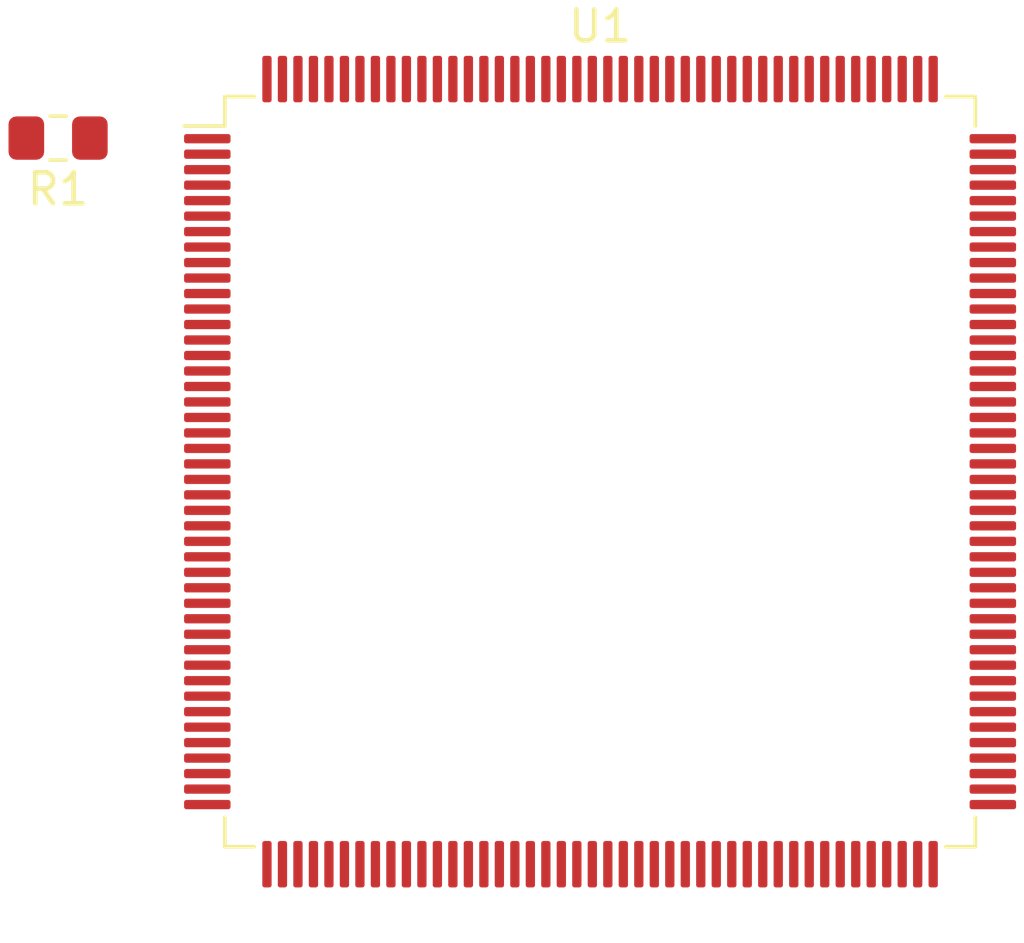
<source format=kicad_pcb>
(kicad_pcb (version 20171130) (host pcbnew "(5.1.2)-2")

  (general
    (thickness 1.6)
    (drawings 0)
    (tracks 0)
    (zones 0)
    (modules 2)
    (nets 178)
  )

  (page A4)
  (layers
    (0 F.Cu signal)
    (31 B.Cu signal)
    (32 B.Adhes user)
    (33 F.Adhes user)
    (34 B.Paste user)
    (35 F.Paste user)
    (36 B.SilkS user)
    (37 F.SilkS user)
    (38 B.Mask user)
    (39 F.Mask user)
    (40 Dwgs.User user)
    (41 Cmts.User user)
    (42 Eco1.User user)
    (43 Eco2.User user)
    (44 Edge.Cuts user)
    (45 Margin user)
    (46 B.CrtYd user)
    (47 F.CrtYd user)
    (48 B.Fab user)
    (49 F.Fab user)
  )

  (setup
    (last_trace_width 0.25)
    (trace_clearance 0.2)
    (zone_clearance 0.508)
    (zone_45_only no)
    (trace_min 0.2)
    (via_size 0.8)
    (via_drill 0.4)
    (via_min_size 0.4)
    (via_min_drill 0.3)
    (uvia_size 0.3)
    (uvia_drill 0.1)
    (uvias_allowed no)
    (uvia_min_size 0.2)
    (uvia_min_drill 0.1)
    (edge_width 0.05)
    (segment_width 0.2)
    (pcb_text_width 0.3)
    (pcb_text_size 1.5 1.5)
    (mod_edge_width 0.12)
    (mod_text_size 1 1)
    (mod_text_width 0.15)
    (pad_size 1.524 1.524)
    (pad_drill 0.762)
    (pad_to_mask_clearance 0.051)
    (solder_mask_min_width 0.25)
    (aux_axis_origin 0 0)
    (visible_elements FFFFFF7F)
    (pcbplotparams
      (layerselection 0x010fc_ffffffff)
      (usegerberextensions false)
      (usegerberattributes false)
      (usegerberadvancedattributes false)
      (creategerberjobfile false)
      (excludeedgelayer true)
      (linewidth 0.100000)
      (plotframeref false)
      (viasonmask false)
      (mode 1)
      (useauxorigin false)
      (hpglpennumber 1)
      (hpglpenspeed 20)
      (hpglpendiameter 15.000000)
      (psnegative false)
      (psa4output false)
      (plotreference true)
      (plotvalue true)
      (plotinvisibletext false)
      (padsonsilk false)
      (subtractmaskfromsilk false)
      (outputformat 1)
      (mirror false)
      (drillshape 1)
      (scaleselection 1)
      (outputdirectory ""))
  )

  (net 0 "")
  (net 1 /SPI4_SCK_SENSOR2)
  (net 2 GND)
  (net 3 "Net-(U1-Pad2)")
  (net 4 "Net-(U1-Pad3)")
  (net 5 "Net-(U1-Pad4)")
  (net 6 "Net-(U1-Pad5)")
  (net 7 "Net-(U1-Pad6)")
  (net 8 "Net-(U1-Pad7)")
  (net 9 "Net-(U1-Pad8)")
  (net 10 "Net-(U1-Pad9)")
  (net 11 "Net-(U1-Pad10)")
  (net 12 "Net-(U1-Pad11)")
  (net 13 "Net-(U1-Pad12)")
  (net 14 "Net-(U1-Pad13)")
  (net 15 "Net-(U1-Pad14)")
  (net 16 "Net-(U1-Pad15)")
  (net 17 "Net-(U1-Pad16)")
  (net 18 "Net-(U1-Pad17)")
  (net 19 "Net-(U1-Pad18)")
  (net 20 "Net-(U1-Pad19)")
  (net 21 "Net-(U1-Pad20)")
  (net 22 "Net-(U1-Pad21)")
  (net 23 "Net-(U1-Pad22)")
  (net 24 "Net-(U1-Pad23)")
  (net 25 "Net-(U1-Pad24)")
  (net 26 "Net-(U1-Pad25)")
  (net 27 "Net-(U1-Pad26)")
  (net 28 "Net-(U1-Pad27)")
  (net 29 "Net-(U1-Pad28)")
  (net 30 "Net-(U1-Pad29)")
  (net 31 "Net-(U1-Pad30)")
  (net 32 "Net-(U1-Pad31)")
  (net 33 "Net-(U1-Pad32)")
  (net 34 "Net-(U1-Pad33)")
  (net 35 "Net-(U1-Pad34)")
  (net 36 "Net-(U1-Pad35)")
  (net 37 "Net-(U1-Pad36)")
  (net 38 "Net-(U1-Pad37)")
  (net 39 "Net-(U1-Pad38)")
  (net 40 "Net-(U1-Pad39)")
  (net 41 "Net-(U1-Pad40)")
  (net 42 "Net-(U1-Pad41)")
  (net 43 "Net-(U1-Pad42)")
  (net 44 "Net-(U1-Pad43)")
  (net 45 "Net-(U1-Pad44)")
  (net 46 "Net-(U1-Pad45)")
  (net 47 "Net-(U1-Pad46)")
  (net 48 "Net-(U1-Pad47)")
  (net 49 "Net-(U1-Pad48)")
  (net 50 "Net-(U1-Pad49)")
  (net 51 "Net-(U1-Pad50)")
  (net 52 "Net-(U1-Pad51)")
  (net 53 "Net-(U1-Pad52)")
  (net 54 "Net-(U1-Pad53)")
  (net 55 "Net-(U1-Pad54)")
  (net 56 "Net-(U1-Pad55)")
  (net 57 "Net-(U1-Pad56)")
  (net 58 "Net-(U1-Pad57)")
  (net 59 "Net-(U1-Pad58)")
  (net 60 "Net-(U1-Pad59)")
  (net 61 "Net-(U1-Pad60)")
  (net 62 "Net-(U1-Pad61)")
  (net 63 "Net-(U1-Pad62)")
  (net 64 "Net-(U1-Pad63)")
  (net 65 "Net-(U1-Pad64)")
  (net 66 "Net-(U1-Pad65)")
  (net 67 "Net-(U1-Pad66)")
  (net 68 "Net-(U1-Pad67)")
  (net 69 "Net-(U1-Pad68)")
  (net 70 "Net-(U1-Pad69)")
  (net 71 "Net-(U1-Pad70)")
  (net 72 "Net-(U1-Pad71)")
  (net 73 "Net-(U1-Pad72)")
  (net 74 "Net-(U1-Pad73)")
  (net 75 "Net-(U1-Pad74)")
  (net 76 "Net-(U1-Pad75)")
  (net 77 "Net-(U1-Pad76)")
  (net 78 "Net-(U1-Pad77)")
  (net 79 "Net-(U1-Pad78)")
  (net 80 "Net-(U1-Pad79)")
  (net 81 "Net-(U1-Pad80)")
  (net 82 "Net-(U1-Pad81)")
  (net 83 "Net-(U1-Pad82)")
  (net 84 "Net-(U1-Pad83)")
  (net 85 "Net-(U1-Pad84)")
  (net 86 "Net-(U1-Pad85)")
  (net 87 "Net-(U1-Pad86)")
  (net 88 "Net-(U1-Pad87)")
  (net 89 "Net-(U1-Pad88)")
  (net 90 "Net-(U1-Pad89)")
  (net 91 "Net-(U1-Pad90)")
  (net 92 "Net-(U1-Pad91)")
  (net 93 "Net-(U1-Pad92)")
  (net 94 "Net-(U1-Pad93)")
  (net 95 "Net-(U1-Pad94)")
  (net 96 "Net-(U1-Pad95)")
  (net 97 "Net-(U1-Pad96)")
  (net 98 "Net-(U1-Pad97)")
  (net 99 "Net-(U1-Pad98)")
  (net 100 "Net-(U1-Pad99)")
  (net 101 "Net-(U1-Pad100)")
  (net 102 "Net-(U1-Pad101)")
  (net 103 "Net-(U1-Pad102)")
  (net 104 "Net-(U1-Pad103)")
  (net 105 "Net-(U1-Pad104)")
  (net 106 "Net-(U1-Pad105)")
  (net 107 "Net-(U1-Pad106)")
  (net 108 "Net-(U1-Pad107)")
  (net 109 "Net-(U1-Pad108)")
  (net 110 "Net-(U1-Pad109)")
  (net 111 "Net-(U1-Pad110)")
  (net 112 "Net-(U1-Pad111)")
  (net 113 "Net-(U1-Pad112)")
  (net 114 "Net-(U1-Pad113)")
  (net 115 "Net-(U1-Pad114)")
  (net 116 "Net-(U1-Pad115)")
  (net 117 "Net-(U1-Pad116)")
  (net 118 "Net-(U1-Pad117)")
  (net 119 "Net-(U1-Pad118)")
  (net 120 "Net-(U1-Pad119)")
  (net 121 "Net-(U1-Pad120)")
  (net 122 "Net-(U1-Pad121)")
  (net 123 "Net-(U1-Pad122)")
  (net 124 "Net-(U1-Pad123)")
  (net 125 "Net-(U1-Pad124)")
  (net 126 "Net-(U1-Pad125)")
  (net 127 "Net-(U1-Pad126)")
  (net 128 "Net-(U1-Pad127)")
  (net 129 "Net-(U1-Pad128)")
  (net 130 "Net-(U1-Pad129)")
  (net 131 "Net-(U1-Pad130)")
  (net 132 "Net-(U1-Pad131)")
  (net 133 "Net-(U1-Pad132)")
  (net 134 "Net-(U1-Pad133)")
  (net 135 "Net-(U1-Pad134)")
  (net 136 "Net-(U1-Pad135)")
  (net 137 "Net-(U1-Pad136)")
  (net 138 "Net-(U1-Pad137)")
  (net 139 "Net-(U1-Pad138)")
  (net 140 "Net-(U1-Pad139)")
  (net 141 "Net-(U1-Pad140)")
  (net 142 "Net-(U1-Pad141)")
  (net 143 "Net-(U1-Pad142)")
  (net 144 "Net-(U1-Pad143)")
  (net 145 "Net-(U1-Pad144)")
  (net 146 "Net-(U1-Pad145)")
  (net 147 "Net-(U1-Pad146)")
  (net 148 "Net-(U1-Pad147)")
  (net 149 "Net-(U1-Pad148)")
  (net 150 "Net-(U1-Pad149)")
  (net 151 "Net-(U1-Pad150)")
  (net 152 "Net-(U1-Pad151)")
  (net 153 "Net-(U1-Pad152)")
  (net 154 "Net-(U1-Pad153)")
  (net 155 "Net-(U1-Pad154)")
  (net 156 "Net-(U1-Pad155)")
  (net 157 "Net-(U1-Pad156)")
  (net 158 "Net-(U1-Pad157)")
  (net 159 "Net-(U1-Pad158)")
  (net 160 "Net-(U1-Pad159)")
  (net 161 "Net-(U1-Pad160)")
  (net 162 "Net-(U1-Pad161)")
  (net 163 "Net-(U1-Pad162)")
  (net 164 "Net-(U1-Pad163)")
  (net 165 "Net-(U1-Pad164)")
  (net 166 "Net-(U1-Pad165)")
  (net 167 "Net-(U1-Pad166)")
  (net 168 "Net-(U1-Pad167)")
  (net 169 "Net-(U1-Pad168)")
  (net 170 "Net-(U1-Pad169)")
  (net 171 "Net-(U1-Pad170)")
  (net 172 "Net-(U1-Pad171)")
  (net 173 "Net-(U1-Pad172)")
  (net 174 "Net-(U1-Pad173)")
  (net 175 "Net-(U1-Pad174)")
  (net 176 "Net-(U1-Pad175)")
  (net 177 "Net-(U1-Pad176)")

  (net_class Default "This is the default net class."
    (clearance 0.2)
    (trace_width 0.25)
    (via_dia 0.8)
    (via_drill 0.4)
    (uvia_dia 0.3)
    (uvia_drill 0.1)
    (add_net /SPI4_SCK_SENSOR2)
    (add_net GND)
    (add_net "Net-(U1-Pad10)")
    (add_net "Net-(U1-Pad100)")
    (add_net "Net-(U1-Pad101)")
    (add_net "Net-(U1-Pad102)")
    (add_net "Net-(U1-Pad103)")
    (add_net "Net-(U1-Pad104)")
    (add_net "Net-(U1-Pad105)")
    (add_net "Net-(U1-Pad106)")
    (add_net "Net-(U1-Pad107)")
    (add_net "Net-(U1-Pad108)")
    (add_net "Net-(U1-Pad109)")
    (add_net "Net-(U1-Pad11)")
    (add_net "Net-(U1-Pad110)")
    (add_net "Net-(U1-Pad111)")
    (add_net "Net-(U1-Pad112)")
    (add_net "Net-(U1-Pad113)")
    (add_net "Net-(U1-Pad114)")
    (add_net "Net-(U1-Pad115)")
    (add_net "Net-(U1-Pad116)")
    (add_net "Net-(U1-Pad117)")
    (add_net "Net-(U1-Pad118)")
    (add_net "Net-(U1-Pad119)")
    (add_net "Net-(U1-Pad12)")
    (add_net "Net-(U1-Pad120)")
    (add_net "Net-(U1-Pad121)")
    (add_net "Net-(U1-Pad122)")
    (add_net "Net-(U1-Pad123)")
    (add_net "Net-(U1-Pad124)")
    (add_net "Net-(U1-Pad125)")
    (add_net "Net-(U1-Pad126)")
    (add_net "Net-(U1-Pad127)")
    (add_net "Net-(U1-Pad128)")
    (add_net "Net-(U1-Pad129)")
    (add_net "Net-(U1-Pad13)")
    (add_net "Net-(U1-Pad130)")
    (add_net "Net-(U1-Pad131)")
    (add_net "Net-(U1-Pad132)")
    (add_net "Net-(U1-Pad133)")
    (add_net "Net-(U1-Pad134)")
    (add_net "Net-(U1-Pad135)")
    (add_net "Net-(U1-Pad136)")
    (add_net "Net-(U1-Pad137)")
    (add_net "Net-(U1-Pad138)")
    (add_net "Net-(U1-Pad139)")
    (add_net "Net-(U1-Pad14)")
    (add_net "Net-(U1-Pad140)")
    (add_net "Net-(U1-Pad141)")
    (add_net "Net-(U1-Pad142)")
    (add_net "Net-(U1-Pad143)")
    (add_net "Net-(U1-Pad144)")
    (add_net "Net-(U1-Pad145)")
    (add_net "Net-(U1-Pad146)")
    (add_net "Net-(U1-Pad147)")
    (add_net "Net-(U1-Pad148)")
    (add_net "Net-(U1-Pad149)")
    (add_net "Net-(U1-Pad15)")
    (add_net "Net-(U1-Pad150)")
    (add_net "Net-(U1-Pad151)")
    (add_net "Net-(U1-Pad152)")
    (add_net "Net-(U1-Pad153)")
    (add_net "Net-(U1-Pad154)")
    (add_net "Net-(U1-Pad155)")
    (add_net "Net-(U1-Pad156)")
    (add_net "Net-(U1-Pad157)")
    (add_net "Net-(U1-Pad158)")
    (add_net "Net-(U1-Pad159)")
    (add_net "Net-(U1-Pad16)")
    (add_net "Net-(U1-Pad160)")
    (add_net "Net-(U1-Pad161)")
    (add_net "Net-(U1-Pad162)")
    (add_net "Net-(U1-Pad163)")
    (add_net "Net-(U1-Pad164)")
    (add_net "Net-(U1-Pad165)")
    (add_net "Net-(U1-Pad166)")
    (add_net "Net-(U1-Pad167)")
    (add_net "Net-(U1-Pad168)")
    (add_net "Net-(U1-Pad169)")
    (add_net "Net-(U1-Pad17)")
    (add_net "Net-(U1-Pad170)")
    (add_net "Net-(U1-Pad171)")
    (add_net "Net-(U1-Pad172)")
    (add_net "Net-(U1-Pad173)")
    (add_net "Net-(U1-Pad174)")
    (add_net "Net-(U1-Pad175)")
    (add_net "Net-(U1-Pad176)")
    (add_net "Net-(U1-Pad18)")
    (add_net "Net-(U1-Pad19)")
    (add_net "Net-(U1-Pad2)")
    (add_net "Net-(U1-Pad20)")
    (add_net "Net-(U1-Pad21)")
    (add_net "Net-(U1-Pad22)")
    (add_net "Net-(U1-Pad23)")
    (add_net "Net-(U1-Pad24)")
    (add_net "Net-(U1-Pad25)")
    (add_net "Net-(U1-Pad26)")
    (add_net "Net-(U1-Pad27)")
    (add_net "Net-(U1-Pad28)")
    (add_net "Net-(U1-Pad29)")
    (add_net "Net-(U1-Pad3)")
    (add_net "Net-(U1-Pad30)")
    (add_net "Net-(U1-Pad31)")
    (add_net "Net-(U1-Pad32)")
    (add_net "Net-(U1-Pad33)")
    (add_net "Net-(U1-Pad34)")
    (add_net "Net-(U1-Pad35)")
    (add_net "Net-(U1-Pad36)")
    (add_net "Net-(U1-Pad37)")
    (add_net "Net-(U1-Pad38)")
    (add_net "Net-(U1-Pad39)")
    (add_net "Net-(U1-Pad4)")
    (add_net "Net-(U1-Pad40)")
    (add_net "Net-(U1-Pad41)")
    (add_net "Net-(U1-Pad42)")
    (add_net "Net-(U1-Pad43)")
    (add_net "Net-(U1-Pad44)")
    (add_net "Net-(U1-Pad45)")
    (add_net "Net-(U1-Pad46)")
    (add_net "Net-(U1-Pad47)")
    (add_net "Net-(U1-Pad48)")
    (add_net "Net-(U1-Pad49)")
    (add_net "Net-(U1-Pad5)")
    (add_net "Net-(U1-Pad50)")
    (add_net "Net-(U1-Pad51)")
    (add_net "Net-(U1-Pad52)")
    (add_net "Net-(U1-Pad53)")
    (add_net "Net-(U1-Pad54)")
    (add_net "Net-(U1-Pad55)")
    (add_net "Net-(U1-Pad56)")
    (add_net "Net-(U1-Pad57)")
    (add_net "Net-(U1-Pad58)")
    (add_net "Net-(U1-Pad59)")
    (add_net "Net-(U1-Pad6)")
    (add_net "Net-(U1-Pad60)")
    (add_net "Net-(U1-Pad61)")
    (add_net "Net-(U1-Pad62)")
    (add_net "Net-(U1-Pad63)")
    (add_net "Net-(U1-Pad64)")
    (add_net "Net-(U1-Pad65)")
    (add_net "Net-(U1-Pad66)")
    (add_net "Net-(U1-Pad67)")
    (add_net "Net-(U1-Pad68)")
    (add_net "Net-(U1-Pad69)")
    (add_net "Net-(U1-Pad7)")
    (add_net "Net-(U1-Pad70)")
    (add_net "Net-(U1-Pad71)")
    (add_net "Net-(U1-Pad72)")
    (add_net "Net-(U1-Pad73)")
    (add_net "Net-(U1-Pad74)")
    (add_net "Net-(U1-Pad75)")
    (add_net "Net-(U1-Pad76)")
    (add_net "Net-(U1-Pad77)")
    (add_net "Net-(U1-Pad78)")
    (add_net "Net-(U1-Pad79)")
    (add_net "Net-(U1-Pad8)")
    (add_net "Net-(U1-Pad80)")
    (add_net "Net-(U1-Pad81)")
    (add_net "Net-(U1-Pad82)")
    (add_net "Net-(U1-Pad83)")
    (add_net "Net-(U1-Pad84)")
    (add_net "Net-(U1-Pad85)")
    (add_net "Net-(U1-Pad86)")
    (add_net "Net-(U1-Pad87)")
    (add_net "Net-(U1-Pad88)")
    (add_net "Net-(U1-Pad89)")
    (add_net "Net-(U1-Pad9)")
    (add_net "Net-(U1-Pad90)")
    (add_net "Net-(U1-Pad91)")
    (add_net "Net-(U1-Pad92)")
    (add_net "Net-(U1-Pad93)")
    (add_net "Net-(U1-Pad94)")
    (add_net "Net-(U1-Pad95)")
    (add_net "Net-(U1-Pad96)")
    (add_net "Net-(U1-Pad97)")
    (add_net "Net-(U1-Pad98)")
    (add_net "Net-(U1-Pad99)")
  )

  (module Resistor_SMD:R_0805_2012Metric_Pad1.15x1.40mm_HandSolder (layer F.Cu) (tedit 5B36C52B) (tstamp 5D1F96AF)
    (at 112.005 80.01 180)
    (descr "Resistor SMD 0805 (2012 Metric), square (rectangular) end terminal, IPC_7351 nominal with elongated pad for handsoldering. (Body size source: https://docs.google.com/spreadsheets/d/1BsfQQcO9C6DZCsRaXUlFlo91Tg2WpOkGARC1WS5S8t0/edit?usp=sharing), generated with kicad-footprint-generator")
    (tags "resistor handsolder")
    (path /5D1FA4B3)
    (attr smd)
    (fp_text reference R1 (at 0 -1.65) (layer F.SilkS)
      (effects (font (size 1 1) (thickness 0.15)))
    )
    (fp_text value R (at 0 1.65) (layer F.Fab)
      (effects (font (size 1 1) (thickness 0.15)))
    )
    (fp_line (start -1 0.6) (end -1 -0.6) (layer F.Fab) (width 0.1))
    (fp_line (start -1 -0.6) (end 1 -0.6) (layer F.Fab) (width 0.1))
    (fp_line (start 1 -0.6) (end 1 0.6) (layer F.Fab) (width 0.1))
    (fp_line (start 1 0.6) (end -1 0.6) (layer F.Fab) (width 0.1))
    (fp_line (start -0.261252 -0.71) (end 0.261252 -0.71) (layer F.SilkS) (width 0.12))
    (fp_line (start -0.261252 0.71) (end 0.261252 0.71) (layer F.SilkS) (width 0.12))
    (fp_line (start -1.85 0.95) (end -1.85 -0.95) (layer F.CrtYd) (width 0.05))
    (fp_line (start -1.85 -0.95) (end 1.85 -0.95) (layer F.CrtYd) (width 0.05))
    (fp_line (start 1.85 -0.95) (end 1.85 0.95) (layer F.CrtYd) (width 0.05))
    (fp_line (start 1.85 0.95) (end -1.85 0.95) (layer F.CrtYd) (width 0.05))
    (fp_text user %R (at 0 0) (layer F.Fab)
      (effects (font (size 0.5 0.5) (thickness 0.08)))
    )
    (pad 1 smd roundrect (at -1.025 0 180) (size 1.15 1.4) (layers F.Cu F.Paste F.Mask) (roundrect_rratio 0.217391)
      (net 1 /SPI4_SCK_SENSOR2))
    (pad 2 smd roundrect (at 1.025 0 180) (size 1.15 1.4) (layers F.Cu F.Paste F.Mask) (roundrect_rratio 0.217391)
      (net 2 GND))
    (model ${KISYS3DMOD}/Resistor_SMD.3dshapes/R_0805_2012Metric.wrl
      (at (xyz 0 0 0))
      (scale (xyz 1 1 1))
      (rotate (xyz 0 0 0))
    )
  )

  (module Package_QFP:LQFP-176_24x24mm_P0.5mm (layer F.Cu) (tedit 5C1A9814) (tstamp 5D1F978A)
    (at 129.495 90.78)
    (descr "LQFP, 176 Pin (https://www.st.com/resource/en/datasheet/stm32f207vg.pdf#page=163), generated with kicad-footprint-generator ipc_gullwing_generator.py")
    (tags "LQFP QFP")
    (path /5D1C8F97)
    (attr smd)
    (fp_text reference U1 (at 0 -14.38) (layer F.SilkS)
      (effects (font (size 1 1) (thickness 0.15)))
    )
    (fp_text value STM32F765IIT6 (at 0 14.38) (layer F.Fab)
      (effects (font (size 1 1) (thickness 0.15)))
    )
    (fp_line (start 11.16 12.11) (end 12.11 12.11) (layer F.SilkS) (width 0.12))
    (fp_line (start 12.11 12.11) (end 12.11 11.16) (layer F.SilkS) (width 0.12))
    (fp_line (start -11.16 12.11) (end -12.11 12.11) (layer F.SilkS) (width 0.12))
    (fp_line (start -12.11 12.11) (end -12.11 11.16) (layer F.SilkS) (width 0.12))
    (fp_line (start 11.16 -12.11) (end 12.11 -12.11) (layer F.SilkS) (width 0.12))
    (fp_line (start 12.11 -12.11) (end 12.11 -11.16) (layer F.SilkS) (width 0.12))
    (fp_line (start -11.16 -12.11) (end -12.11 -12.11) (layer F.SilkS) (width 0.12))
    (fp_line (start -12.11 -12.11) (end -12.11 -11.16) (layer F.SilkS) (width 0.12))
    (fp_line (start -12.11 -11.16) (end -13.425 -11.16) (layer F.SilkS) (width 0.12))
    (fp_line (start -11 -12) (end 12 -12) (layer F.Fab) (width 0.1))
    (fp_line (start 12 -12) (end 12 12) (layer F.Fab) (width 0.1))
    (fp_line (start 12 12) (end -12 12) (layer F.Fab) (width 0.1))
    (fp_line (start -12 12) (end -12 -11) (layer F.Fab) (width 0.1))
    (fp_line (start -12 -11) (end -11 -12) (layer F.Fab) (width 0.1))
    (fp_line (start 0 -13.68) (end -11.15 -13.68) (layer F.CrtYd) (width 0.05))
    (fp_line (start -11.15 -13.68) (end -11.15 -12.25) (layer F.CrtYd) (width 0.05))
    (fp_line (start -11.15 -12.25) (end -12.25 -12.25) (layer F.CrtYd) (width 0.05))
    (fp_line (start -12.25 -12.25) (end -12.25 -11.15) (layer F.CrtYd) (width 0.05))
    (fp_line (start -12.25 -11.15) (end -13.68 -11.15) (layer F.CrtYd) (width 0.05))
    (fp_line (start -13.68 -11.15) (end -13.68 0) (layer F.CrtYd) (width 0.05))
    (fp_line (start 0 -13.68) (end 11.15 -13.68) (layer F.CrtYd) (width 0.05))
    (fp_line (start 11.15 -13.68) (end 11.15 -12.25) (layer F.CrtYd) (width 0.05))
    (fp_line (start 11.15 -12.25) (end 12.25 -12.25) (layer F.CrtYd) (width 0.05))
    (fp_line (start 12.25 -12.25) (end 12.25 -11.15) (layer F.CrtYd) (width 0.05))
    (fp_line (start 12.25 -11.15) (end 13.68 -11.15) (layer F.CrtYd) (width 0.05))
    (fp_line (start 13.68 -11.15) (end 13.68 0) (layer F.CrtYd) (width 0.05))
    (fp_line (start 0 13.68) (end -11.15 13.68) (layer F.CrtYd) (width 0.05))
    (fp_line (start -11.15 13.68) (end -11.15 12.25) (layer F.CrtYd) (width 0.05))
    (fp_line (start -11.15 12.25) (end -12.25 12.25) (layer F.CrtYd) (width 0.05))
    (fp_line (start -12.25 12.25) (end -12.25 11.15) (layer F.CrtYd) (width 0.05))
    (fp_line (start -12.25 11.15) (end -13.68 11.15) (layer F.CrtYd) (width 0.05))
    (fp_line (start -13.68 11.15) (end -13.68 0) (layer F.CrtYd) (width 0.05))
    (fp_line (start 0 13.68) (end 11.15 13.68) (layer F.CrtYd) (width 0.05))
    (fp_line (start 11.15 13.68) (end 11.15 12.25) (layer F.CrtYd) (width 0.05))
    (fp_line (start 11.15 12.25) (end 12.25 12.25) (layer F.CrtYd) (width 0.05))
    (fp_line (start 12.25 12.25) (end 12.25 11.15) (layer F.CrtYd) (width 0.05))
    (fp_line (start 12.25 11.15) (end 13.68 11.15) (layer F.CrtYd) (width 0.05))
    (fp_line (start 13.68 11.15) (end 13.68 0) (layer F.CrtYd) (width 0.05))
    (fp_text user %R (at 0 0) (layer F.Fab)
      (effects (font (size 1 1) (thickness 0.15)))
    )
    (pad 1 smd roundrect (at -12.675 -10.75) (size 1.5 0.3) (layers F.Cu F.Paste F.Mask) (roundrect_rratio 0.25)
      (net 1 /SPI4_SCK_SENSOR2))
    (pad 2 smd roundrect (at -12.675 -10.25) (size 1.5 0.3) (layers F.Cu F.Paste F.Mask) (roundrect_rratio 0.25)
      (net 3 "Net-(U1-Pad2)"))
    (pad 3 smd roundrect (at -12.675 -9.75) (size 1.5 0.3) (layers F.Cu F.Paste F.Mask) (roundrect_rratio 0.25)
      (net 4 "Net-(U1-Pad3)"))
    (pad 4 smd roundrect (at -12.675 -9.25) (size 1.5 0.3) (layers F.Cu F.Paste F.Mask) (roundrect_rratio 0.25)
      (net 5 "Net-(U1-Pad4)"))
    (pad 5 smd roundrect (at -12.675 -8.75) (size 1.5 0.3) (layers F.Cu F.Paste F.Mask) (roundrect_rratio 0.25)
      (net 6 "Net-(U1-Pad5)"))
    (pad 6 smd roundrect (at -12.675 -8.25) (size 1.5 0.3) (layers F.Cu F.Paste F.Mask) (roundrect_rratio 0.25)
      (net 7 "Net-(U1-Pad6)"))
    (pad 7 smd roundrect (at -12.675 -7.75) (size 1.5 0.3) (layers F.Cu F.Paste F.Mask) (roundrect_rratio 0.25)
      (net 8 "Net-(U1-Pad7)"))
    (pad 8 smd roundrect (at -12.675 -7.25) (size 1.5 0.3) (layers F.Cu F.Paste F.Mask) (roundrect_rratio 0.25)
      (net 9 "Net-(U1-Pad8)"))
    (pad 9 smd roundrect (at -12.675 -6.75) (size 1.5 0.3) (layers F.Cu F.Paste F.Mask) (roundrect_rratio 0.25)
      (net 10 "Net-(U1-Pad9)"))
    (pad 10 smd roundrect (at -12.675 -6.25) (size 1.5 0.3) (layers F.Cu F.Paste F.Mask) (roundrect_rratio 0.25)
      (net 11 "Net-(U1-Pad10)"))
    (pad 11 smd roundrect (at -12.675 -5.75) (size 1.5 0.3) (layers F.Cu F.Paste F.Mask) (roundrect_rratio 0.25)
      (net 12 "Net-(U1-Pad11)"))
    (pad 12 smd roundrect (at -12.675 -5.25) (size 1.5 0.3) (layers F.Cu F.Paste F.Mask) (roundrect_rratio 0.25)
      (net 13 "Net-(U1-Pad12)"))
    (pad 13 smd roundrect (at -12.675 -4.75) (size 1.5 0.3) (layers F.Cu F.Paste F.Mask) (roundrect_rratio 0.25)
      (net 14 "Net-(U1-Pad13)"))
    (pad 14 smd roundrect (at -12.675 -4.25) (size 1.5 0.3) (layers F.Cu F.Paste F.Mask) (roundrect_rratio 0.25)
      (net 15 "Net-(U1-Pad14)"))
    (pad 15 smd roundrect (at -12.675 -3.75) (size 1.5 0.3) (layers F.Cu F.Paste F.Mask) (roundrect_rratio 0.25)
      (net 16 "Net-(U1-Pad15)"))
    (pad 16 smd roundrect (at -12.675 -3.25) (size 1.5 0.3) (layers F.Cu F.Paste F.Mask) (roundrect_rratio 0.25)
      (net 17 "Net-(U1-Pad16)"))
    (pad 17 smd roundrect (at -12.675 -2.75) (size 1.5 0.3) (layers F.Cu F.Paste F.Mask) (roundrect_rratio 0.25)
      (net 18 "Net-(U1-Pad17)"))
    (pad 18 smd roundrect (at -12.675 -2.25) (size 1.5 0.3) (layers F.Cu F.Paste F.Mask) (roundrect_rratio 0.25)
      (net 19 "Net-(U1-Pad18)"))
    (pad 19 smd roundrect (at -12.675 -1.75) (size 1.5 0.3) (layers F.Cu F.Paste F.Mask) (roundrect_rratio 0.25)
      (net 20 "Net-(U1-Pad19)"))
    (pad 20 smd roundrect (at -12.675 -1.25) (size 1.5 0.3) (layers F.Cu F.Paste F.Mask) (roundrect_rratio 0.25)
      (net 21 "Net-(U1-Pad20)"))
    (pad 21 smd roundrect (at -12.675 -0.75) (size 1.5 0.3) (layers F.Cu F.Paste F.Mask) (roundrect_rratio 0.25)
      (net 22 "Net-(U1-Pad21)"))
    (pad 22 smd roundrect (at -12.675 -0.25) (size 1.5 0.3) (layers F.Cu F.Paste F.Mask) (roundrect_rratio 0.25)
      (net 23 "Net-(U1-Pad22)"))
    (pad 23 smd roundrect (at -12.675 0.25) (size 1.5 0.3) (layers F.Cu F.Paste F.Mask) (roundrect_rratio 0.25)
      (net 24 "Net-(U1-Pad23)"))
    (pad 24 smd roundrect (at -12.675 0.75) (size 1.5 0.3) (layers F.Cu F.Paste F.Mask) (roundrect_rratio 0.25)
      (net 25 "Net-(U1-Pad24)"))
    (pad 25 smd roundrect (at -12.675 1.25) (size 1.5 0.3) (layers F.Cu F.Paste F.Mask) (roundrect_rratio 0.25)
      (net 26 "Net-(U1-Pad25)"))
    (pad 26 smd roundrect (at -12.675 1.75) (size 1.5 0.3) (layers F.Cu F.Paste F.Mask) (roundrect_rratio 0.25)
      (net 27 "Net-(U1-Pad26)"))
    (pad 27 smd roundrect (at -12.675 2.25) (size 1.5 0.3) (layers F.Cu F.Paste F.Mask) (roundrect_rratio 0.25)
      (net 28 "Net-(U1-Pad27)"))
    (pad 28 smd roundrect (at -12.675 2.75) (size 1.5 0.3) (layers F.Cu F.Paste F.Mask) (roundrect_rratio 0.25)
      (net 29 "Net-(U1-Pad28)"))
    (pad 29 smd roundrect (at -12.675 3.25) (size 1.5 0.3) (layers F.Cu F.Paste F.Mask) (roundrect_rratio 0.25)
      (net 30 "Net-(U1-Pad29)"))
    (pad 30 smd roundrect (at -12.675 3.75) (size 1.5 0.3) (layers F.Cu F.Paste F.Mask) (roundrect_rratio 0.25)
      (net 31 "Net-(U1-Pad30)"))
    (pad 31 smd roundrect (at -12.675 4.25) (size 1.5 0.3) (layers F.Cu F.Paste F.Mask) (roundrect_rratio 0.25)
      (net 32 "Net-(U1-Pad31)"))
    (pad 32 smd roundrect (at -12.675 4.75) (size 1.5 0.3) (layers F.Cu F.Paste F.Mask) (roundrect_rratio 0.25)
      (net 33 "Net-(U1-Pad32)"))
    (pad 33 smd roundrect (at -12.675 5.25) (size 1.5 0.3) (layers F.Cu F.Paste F.Mask) (roundrect_rratio 0.25)
      (net 34 "Net-(U1-Pad33)"))
    (pad 34 smd roundrect (at -12.675 5.75) (size 1.5 0.3) (layers F.Cu F.Paste F.Mask) (roundrect_rratio 0.25)
      (net 35 "Net-(U1-Pad34)"))
    (pad 35 smd roundrect (at -12.675 6.25) (size 1.5 0.3) (layers F.Cu F.Paste F.Mask) (roundrect_rratio 0.25)
      (net 36 "Net-(U1-Pad35)"))
    (pad 36 smd roundrect (at -12.675 6.75) (size 1.5 0.3) (layers F.Cu F.Paste F.Mask) (roundrect_rratio 0.25)
      (net 37 "Net-(U1-Pad36)"))
    (pad 37 smd roundrect (at -12.675 7.25) (size 1.5 0.3) (layers F.Cu F.Paste F.Mask) (roundrect_rratio 0.25)
      (net 38 "Net-(U1-Pad37)"))
    (pad 38 smd roundrect (at -12.675 7.75) (size 1.5 0.3) (layers F.Cu F.Paste F.Mask) (roundrect_rratio 0.25)
      (net 39 "Net-(U1-Pad38)"))
    (pad 39 smd roundrect (at -12.675 8.25) (size 1.5 0.3) (layers F.Cu F.Paste F.Mask) (roundrect_rratio 0.25)
      (net 40 "Net-(U1-Pad39)"))
    (pad 40 smd roundrect (at -12.675 8.75) (size 1.5 0.3) (layers F.Cu F.Paste F.Mask) (roundrect_rratio 0.25)
      (net 41 "Net-(U1-Pad40)"))
    (pad 41 smd roundrect (at -12.675 9.25) (size 1.5 0.3) (layers F.Cu F.Paste F.Mask) (roundrect_rratio 0.25)
      (net 42 "Net-(U1-Pad41)"))
    (pad 42 smd roundrect (at -12.675 9.75) (size 1.5 0.3) (layers F.Cu F.Paste F.Mask) (roundrect_rratio 0.25)
      (net 43 "Net-(U1-Pad42)"))
    (pad 43 smd roundrect (at -12.675 10.25) (size 1.5 0.3) (layers F.Cu F.Paste F.Mask) (roundrect_rratio 0.25)
      (net 44 "Net-(U1-Pad43)"))
    (pad 44 smd roundrect (at -12.675 10.75) (size 1.5 0.3) (layers F.Cu F.Paste F.Mask) (roundrect_rratio 0.25)
      (net 45 "Net-(U1-Pad44)"))
    (pad 45 smd roundrect (at -10.75 12.675) (size 0.3 1.5) (layers F.Cu F.Paste F.Mask) (roundrect_rratio 0.25)
      (net 46 "Net-(U1-Pad45)"))
    (pad 46 smd roundrect (at -10.25 12.675) (size 0.3 1.5) (layers F.Cu F.Paste F.Mask) (roundrect_rratio 0.25)
      (net 47 "Net-(U1-Pad46)"))
    (pad 47 smd roundrect (at -9.75 12.675) (size 0.3 1.5) (layers F.Cu F.Paste F.Mask) (roundrect_rratio 0.25)
      (net 48 "Net-(U1-Pad47)"))
    (pad 48 smd roundrect (at -9.25 12.675) (size 0.3 1.5) (layers F.Cu F.Paste F.Mask) (roundrect_rratio 0.25)
      (net 49 "Net-(U1-Pad48)"))
    (pad 49 smd roundrect (at -8.75 12.675) (size 0.3 1.5) (layers F.Cu F.Paste F.Mask) (roundrect_rratio 0.25)
      (net 50 "Net-(U1-Pad49)"))
    (pad 50 smd roundrect (at -8.25 12.675) (size 0.3 1.5) (layers F.Cu F.Paste F.Mask) (roundrect_rratio 0.25)
      (net 51 "Net-(U1-Pad50)"))
    (pad 51 smd roundrect (at -7.75 12.675) (size 0.3 1.5) (layers F.Cu F.Paste F.Mask) (roundrect_rratio 0.25)
      (net 52 "Net-(U1-Pad51)"))
    (pad 52 smd roundrect (at -7.25 12.675) (size 0.3 1.5) (layers F.Cu F.Paste F.Mask) (roundrect_rratio 0.25)
      (net 53 "Net-(U1-Pad52)"))
    (pad 53 smd roundrect (at -6.75 12.675) (size 0.3 1.5) (layers F.Cu F.Paste F.Mask) (roundrect_rratio 0.25)
      (net 54 "Net-(U1-Pad53)"))
    (pad 54 smd roundrect (at -6.25 12.675) (size 0.3 1.5) (layers F.Cu F.Paste F.Mask) (roundrect_rratio 0.25)
      (net 55 "Net-(U1-Pad54)"))
    (pad 55 smd roundrect (at -5.75 12.675) (size 0.3 1.5) (layers F.Cu F.Paste F.Mask) (roundrect_rratio 0.25)
      (net 56 "Net-(U1-Pad55)"))
    (pad 56 smd roundrect (at -5.25 12.675) (size 0.3 1.5) (layers F.Cu F.Paste F.Mask) (roundrect_rratio 0.25)
      (net 57 "Net-(U1-Pad56)"))
    (pad 57 smd roundrect (at -4.75 12.675) (size 0.3 1.5) (layers F.Cu F.Paste F.Mask) (roundrect_rratio 0.25)
      (net 58 "Net-(U1-Pad57)"))
    (pad 58 smd roundrect (at -4.25 12.675) (size 0.3 1.5) (layers F.Cu F.Paste F.Mask) (roundrect_rratio 0.25)
      (net 59 "Net-(U1-Pad58)"))
    (pad 59 smd roundrect (at -3.75 12.675) (size 0.3 1.5) (layers F.Cu F.Paste F.Mask) (roundrect_rratio 0.25)
      (net 60 "Net-(U1-Pad59)"))
    (pad 60 smd roundrect (at -3.25 12.675) (size 0.3 1.5) (layers F.Cu F.Paste F.Mask) (roundrect_rratio 0.25)
      (net 61 "Net-(U1-Pad60)"))
    (pad 61 smd roundrect (at -2.75 12.675) (size 0.3 1.5) (layers F.Cu F.Paste F.Mask) (roundrect_rratio 0.25)
      (net 62 "Net-(U1-Pad61)"))
    (pad 62 smd roundrect (at -2.25 12.675) (size 0.3 1.5) (layers F.Cu F.Paste F.Mask) (roundrect_rratio 0.25)
      (net 63 "Net-(U1-Pad62)"))
    (pad 63 smd roundrect (at -1.75 12.675) (size 0.3 1.5) (layers F.Cu F.Paste F.Mask) (roundrect_rratio 0.25)
      (net 64 "Net-(U1-Pad63)"))
    (pad 64 smd roundrect (at -1.25 12.675) (size 0.3 1.5) (layers F.Cu F.Paste F.Mask) (roundrect_rratio 0.25)
      (net 65 "Net-(U1-Pad64)"))
    (pad 65 smd roundrect (at -0.75 12.675) (size 0.3 1.5) (layers F.Cu F.Paste F.Mask) (roundrect_rratio 0.25)
      (net 66 "Net-(U1-Pad65)"))
    (pad 66 smd roundrect (at -0.25 12.675) (size 0.3 1.5) (layers F.Cu F.Paste F.Mask) (roundrect_rratio 0.25)
      (net 67 "Net-(U1-Pad66)"))
    (pad 67 smd roundrect (at 0.25 12.675) (size 0.3 1.5) (layers F.Cu F.Paste F.Mask) (roundrect_rratio 0.25)
      (net 68 "Net-(U1-Pad67)"))
    (pad 68 smd roundrect (at 0.75 12.675) (size 0.3 1.5) (layers F.Cu F.Paste F.Mask) (roundrect_rratio 0.25)
      (net 69 "Net-(U1-Pad68)"))
    (pad 69 smd roundrect (at 1.25 12.675) (size 0.3 1.5) (layers F.Cu F.Paste F.Mask) (roundrect_rratio 0.25)
      (net 70 "Net-(U1-Pad69)"))
    (pad 70 smd roundrect (at 1.75 12.675) (size 0.3 1.5) (layers F.Cu F.Paste F.Mask) (roundrect_rratio 0.25)
      (net 71 "Net-(U1-Pad70)"))
    (pad 71 smd roundrect (at 2.25 12.675) (size 0.3 1.5) (layers F.Cu F.Paste F.Mask) (roundrect_rratio 0.25)
      (net 72 "Net-(U1-Pad71)"))
    (pad 72 smd roundrect (at 2.75 12.675) (size 0.3 1.5) (layers F.Cu F.Paste F.Mask) (roundrect_rratio 0.25)
      (net 73 "Net-(U1-Pad72)"))
    (pad 73 smd roundrect (at 3.25 12.675) (size 0.3 1.5) (layers F.Cu F.Paste F.Mask) (roundrect_rratio 0.25)
      (net 74 "Net-(U1-Pad73)"))
    (pad 74 smd roundrect (at 3.75 12.675) (size 0.3 1.5) (layers F.Cu F.Paste F.Mask) (roundrect_rratio 0.25)
      (net 75 "Net-(U1-Pad74)"))
    (pad 75 smd roundrect (at 4.25 12.675) (size 0.3 1.5) (layers F.Cu F.Paste F.Mask) (roundrect_rratio 0.25)
      (net 76 "Net-(U1-Pad75)"))
    (pad 76 smd roundrect (at 4.75 12.675) (size 0.3 1.5) (layers F.Cu F.Paste F.Mask) (roundrect_rratio 0.25)
      (net 77 "Net-(U1-Pad76)"))
    (pad 77 smd roundrect (at 5.25 12.675) (size 0.3 1.5) (layers F.Cu F.Paste F.Mask) (roundrect_rratio 0.25)
      (net 78 "Net-(U1-Pad77)"))
    (pad 78 smd roundrect (at 5.75 12.675) (size 0.3 1.5) (layers F.Cu F.Paste F.Mask) (roundrect_rratio 0.25)
      (net 79 "Net-(U1-Pad78)"))
    (pad 79 smd roundrect (at 6.25 12.675) (size 0.3 1.5) (layers F.Cu F.Paste F.Mask) (roundrect_rratio 0.25)
      (net 80 "Net-(U1-Pad79)"))
    (pad 80 smd roundrect (at 6.75 12.675) (size 0.3 1.5) (layers F.Cu F.Paste F.Mask) (roundrect_rratio 0.25)
      (net 81 "Net-(U1-Pad80)"))
    (pad 81 smd roundrect (at 7.25 12.675) (size 0.3 1.5) (layers F.Cu F.Paste F.Mask) (roundrect_rratio 0.25)
      (net 82 "Net-(U1-Pad81)"))
    (pad 82 smd roundrect (at 7.75 12.675) (size 0.3 1.5) (layers F.Cu F.Paste F.Mask) (roundrect_rratio 0.25)
      (net 83 "Net-(U1-Pad82)"))
    (pad 83 smd roundrect (at 8.25 12.675) (size 0.3 1.5) (layers F.Cu F.Paste F.Mask) (roundrect_rratio 0.25)
      (net 84 "Net-(U1-Pad83)"))
    (pad 84 smd roundrect (at 8.75 12.675) (size 0.3 1.5) (layers F.Cu F.Paste F.Mask) (roundrect_rratio 0.25)
      (net 85 "Net-(U1-Pad84)"))
    (pad 85 smd roundrect (at 9.25 12.675) (size 0.3 1.5) (layers F.Cu F.Paste F.Mask) (roundrect_rratio 0.25)
      (net 86 "Net-(U1-Pad85)"))
    (pad 86 smd roundrect (at 9.75 12.675) (size 0.3 1.5) (layers F.Cu F.Paste F.Mask) (roundrect_rratio 0.25)
      (net 87 "Net-(U1-Pad86)"))
    (pad 87 smd roundrect (at 10.25 12.675) (size 0.3 1.5) (layers F.Cu F.Paste F.Mask) (roundrect_rratio 0.25)
      (net 88 "Net-(U1-Pad87)"))
    (pad 88 smd roundrect (at 10.75 12.675) (size 0.3 1.5) (layers F.Cu F.Paste F.Mask) (roundrect_rratio 0.25)
      (net 89 "Net-(U1-Pad88)"))
    (pad 89 smd roundrect (at 12.675 10.75) (size 1.5 0.3) (layers F.Cu F.Paste F.Mask) (roundrect_rratio 0.25)
      (net 90 "Net-(U1-Pad89)"))
    (pad 90 smd roundrect (at 12.675 10.25) (size 1.5 0.3) (layers F.Cu F.Paste F.Mask) (roundrect_rratio 0.25)
      (net 91 "Net-(U1-Pad90)"))
    (pad 91 smd roundrect (at 12.675 9.75) (size 1.5 0.3) (layers F.Cu F.Paste F.Mask) (roundrect_rratio 0.25)
      (net 92 "Net-(U1-Pad91)"))
    (pad 92 smd roundrect (at 12.675 9.25) (size 1.5 0.3) (layers F.Cu F.Paste F.Mask) (roundrect_rratio 0.25)
      (net 93 "Net-(U1-Pad92)"))
    (pad 93 smd roundrect (at 12.675 8.75) (size 1.5 0.3) (layers F.Cu F.Paste F.Mask) (roundrect_rratio 0.25)
      (net 94 "Net-(U1-Pad93)"))
    (pad 94 smd roundrect (at 12.675 8.25) (size 1.5 0.3) (layers F.Cu F.Paste F.Mask) (roundrect_rratio 0.25)
      (net 95 "Net-(U1-Pad94)"))
    (pad 95 smd roundrect (at 12.675 7.75) (size 1.5 0.3) (layers F.Cu F.Paste F.Mask) (roundrect_rratio 0.25)
      (net 96 "Net-(U1-Pad95)"))
    (pad 96 smd roundrect (at 12.675 7.25) (size 1.5 0.3) (layers F.Cu F.Paste F.Mask) (roundrect_rratio 0.25)
      (net 97 "Net-(U1-Pad96)"))
    (pad 97 smd roundrect (at 12.675 6.75) (size 1.5 0.3) (layers F.Cu F.Paste F.Mask) (roundrect_rratio 0.25)
      (net 98 "Net-(U1-Pad97)"))
    (pad 98 smd roundrect (at 12.675 6.25) (size 1.5 0.3) (layers F.Cu F.Paste F.Mask) (roundrect_rratio 0.25)
      (net 99 "Net-(U1-Pad98)"))
    (pad 99 smd roundrect (at 12.675 5.75) (size 1.5 0.3) (layers F.Cu F.Paste F.Mask) (roundrect_rratio 0.25)
      (net 100 "Net-(U1-Pad99)"))
    (pad 100 smd roundrect (at 12.675 5.25) (size 1.5 0.3) (layers F.Cu F.Paste F.Mask) (roundrect_rratio 0.25)
      (net 101 "Net-(U1-Pad100)"))
    (pad 101 smd roundrect (at 12.675 4.75) (size 1.5 0.3) (layers F.Cu F.Paste F.Mask) (roundrect_rratio 0.25)
      (net 102 "Net-(U1-Pad101)"))
    (pad 102 smd roundrect (at 12.675 4.25) (size 1.5 0.3) (layers F.Cu F.Paste F.Mask) (roundrect_rratio 0.25)
      (net 103 "Net-(U1-Pad102)"))
    (pad 103 smd roundrect (at 12.675 3.75) (size 1.5 0.3) (layers F.Cu F.Paste F.Mask) (roundrect_rratio 0.25)
      (net 104 "Net-(U1-Pad103)"))
    (pad 104 smd roundrect (at 12.675 3.25) (size 1.5 0.3) (layers F.Cu F.Paste F.Mask) (roundrect_rratio 0.25)
      (net 105 "Net-(U1-Pad104)"))
    (pad 105 smd roundrect (at 12.675 2.75) (size 1.5 0.3) (layers F.Cu F.Paste F.Mask) (roundrect_rratio 0.25)
      (net 106 "Net-(U1-Pad105)"))
    (pad 106 smd roundrect (at 12.675 2.25) (size 1.5 0.3) (layers F.Cu F.Paste F.Mask) (roundrect_rratio 0.25)
      (net 107 "Net-(U1-Pad106)"))
    (pad 107 smd roundrect (at 12.675 1.75) (size 1.5 0.3) (layers F.Cu F.Paste F.Mask) (roundrect_rratio 0.25)
      (net 108 "Net-(U1-Pad107)"))
    (pad 108 smd roundrect (at 12.675 1.25) (size 1.5 0.3) (layers F.Cu F.Paste F.Mask) (roundrect_rratio 0.25)
      (net 109 "Net-(U1-Pad108)"))
    (pad 109 smd roundrect (at 12.675 0.75) (size 1.5 0.3) (layers F.Cu F.Paste F.Mask) (roundrect_rratio 0.25)
      (net 110 "Net-(U1-Pad109)"))
    (pad 110 smd roundrect (at 12.675 0.25) (size 1.5 0.3) (layers F.Cu F.Paste F.Mask) (roundrect_rratio 0.25)
      (net 111 "Net-(U1-Pad110)"))
    (pad 111 smd roundrect (at 12.675 -0.25) (size 1.5 0.3) (layers F.Cu F.Paste F.Mask) (roundrect_rratio 0.25)
      (net 112 "Net-(U1-Pad111)"))
    (pad 112 smd roundrect (at 12.675 -0.75) (size 1.5 0.3) (layers F.Cu F.Paste F.Mask) (roundrect_rratio 0.25)
      (net 113 "Net-(U1-Pad112)"))
    (pad 113 smd roundrect (at 12.675 -1.25) (size 1.5 0.3) (layers F.Cu F.Paste F.Mask) (roundrect_rratio 0.25)
      (net 114 "Net-(U1-Pad113)"))
    (pad 114 smd roundrect (at 12.675 -1.75) (size 1.5 0.3) (layers F.Cu F.Paste F.Mask) (roundrect_rratio 0.25)
      (net 115 "Net-(U1-Pad114)"))
    (pad 115 smd roundrect (at 12.675 -2.25) (size 1.5 0.3) (layers F.Cu F.Paste F.Mask) (roundrect_rratio 0.25)
      (net 116 "Net-(U1-Pad115)"))
    (pad 116 smd roundrect (at 12.675 -2.75) (size 1.5 0.3) (layers F.Cu F.Paste F.Mask) (roundrect_rratio 0.25)
      (net 117 "Net-(U1-Pad116)"))
    (pad 117 smd roundrect (at 12.675 -3.25) (size 1.5 0.3) (layers F.Cu F.Paste F.Mask) (roundrect_rratio 0.25)
      (net 118 "Net-(U1-Pad117)"))
    (pad 118 smd roundrect (at 12.675 -3.75) (size 1.5 0.3) (layers F.Cu F.Paste F.Mask) (roundrect_rratio 0.25)
      (net 119 "Net-(U1-Pad118)"))
    (pad 119 smd roundrect (at 12.675 -4.25) (size 1.5 0.3) (layers F.Cu F.Paste F.Mask) (roundrect_rratio 0.25)
      (net 120 "Net-(U1-Pad119)"))
    (pad 120 smd roundrect (at 12.675 -4.75) (size 1.5 0.3) (layers F.Cu F.Paste F.Mask) (roundrect_rratio 0.25)
      (net 121 "Net-(U1-Pad120)"))
    (pad 121 smd roundrect (at 12.675 -5.25) (size 1.5 0.3) (layers F.Cu F.Paste F.Mask) (roundrect_rratio 0.25)
      (net 122 "Net-(U1-Pad121)"))
    (pad 122 smd roundrect (at 12.675 -5.75) (size 1.5 0.3) (layers F.Cu F.Paste F.Mask) (roundrect_rratio 0.25)
      (net 123 "Net-(U1-Pad122)"))
    (pad 123 smd roundrect (at 12.675 -6.25) (size 1.5 0.3) (layers F.Cu F.Paste F.Mask) (roundrect_rratio 0.25)
      (net 124 "Net-(U1-Pad123)"))
    (pad 124 smd roundrect (at 12.675 -6.75) (size 1.5 0.3) (layers F.Cu F.Paste F.Mask) (roundrect_rratio 0.25)
      (net 125 "Net-(U1-Pad124)"))
    (pad 125 smd roundrect (at 12.675 -7.25) (size 1.5 0.3) (layers F.Cu F.Paste F.Mask) (roundrect_rratio 0.25)
      (net 126 "Net-(U1-Pad125)"))
    (pad 126 smd roundrect (at 12.675 -7.75) (size 1.5 0.3) (layers F.Cu F.Paste F.Mask) (roundrect_rratio 0.25)
      (net 127 "Net-(U1-Pad126)"))
    (pad 127 smd roundrect (at 12.675 -8.25) (size 1.5 0.3) (layers F.Cu F.Paste F.Mask) (roundrect_rratio 0.25)
      (net 128 "Net-(U1-Pad127)"))
    (pad 128 smd roundrect (at 12.675 -8.75) (size 1.5 0.3) (layers F.Cu F.Paste F.Mask) (roundrect_rratio 0.25)
      (net 129 "Net-(U1-Pad128)"))
    (pad 129 smd roundrect (at 12.675 -9.25) (size 1.5 0.3) (layers F.Cu F.Paste F.Mask) (roundrect_rratio 0.25)
      (net 130 "Net-(U1-Pad129)"))
    (pad 130 smd roundrect (at 12.675 -9.75) (size 1.5 0.3) (layers F.Cu F.Paste F.Mask) (roundrect_rratio 0.25)
      (net 131 "Net-(U1-Pad130)"))
    (pad 131 smd roundrect (at 12.675 -10.25) (size 1.5 0.3) (layers F.Cu F.Paste F.Mask) (roundrect_rratio 0.25)
      (net 132 "Net-(U1-Pad131)"))
    (pad 132 smd roundrect (at 12.675 -10.75) (size 1.5 0.3) (layers F.Cu F.Paste F.Mask) (roundrect_rratio 0.25)
      (net 133 "Net-(U1-Pad132)"))
    (pad 133 smd roundrect (at 10.75 -12.675) (size 0.3 1.5) (layers F.Cu F.Paste F.Mask) (roundrect_rratio 0.25)
      (net 134 "Net-(U1-Pad133)"))
    (pad 134 smd roundrect (at 10.25 -12.675) (size 0.3 1.5) (layers F.Cu F.Paste F.Mask) (roundrect_rratio 0.25)
      (net 135 "Net-(U1-Pad134)"))
    (pad 135 smd roundrect (at 9.75 -12.675) (size 0.3 1.5) (layers F.Cu F.Paste F.Mask) (roundrect_rratio 0.25)
      (net 136 "Net-(U1-Pad135)"))
    (pad 136 smd roundrect (at 9.25 -12.675) (size 0.3 1.5) (layers F.Cu F.Paste F.Mask) (roundrect_rratio 0.25)
      (net 137 "Net-(U1-Pad136)"))
    (pad 137 smd roundrect (at 8.75 -12.675) (size 0.3 1.5) (layers F.Cu F.Paste F.Mask) (roundrect_rratio 0.25)
      (net 138 "Net-(U1-Pad137)"))
    (pad 138 smd roundrect (at 8.25 -12.675) (size 0.3 1.5) (layers F.Cu F.Paste F.Mask) (roundrect_rratio 0.25)
      (net 139 "Net-(U1-Pad138)"))
    (pad 139 smd roundrect (at 7.75 -12.675) (size 0.3 1.5) (layers F.Cu F.Paste F.Mask) (roundrect_rratio 0.25)
      (net 140 "Net-(U1-Pad139)"))
    (pad 140 smd roundrect (at 7.25 -12.675) (size 0.3 1.5) (layers F.Cu F.Paste F.Mask) (roundrect_rratio 0.25)
      (net 141 "Net-(U1-Pad140)"))
    (pad 141 smd roundrect (at 6.75 -12.675) (size 0.3 1.5) (layers F.Cu F.Paste F.Mask) (roundrect_rratio 0.25)
      (net 142 "Net-(U1-Pad141)"))
    (pad 142 smd roundrect (at 6.25 -12.675) (size 0.3 1.5) (layers F.Cu F.Paste F.Mask) (roundrect_rratio 0.25)
      (net 143 "Net-(U1-Pad142)"))
    (pad 143 smd roundrect (at 5.75 -12.675) (size 0.3 1.5) (layers F.Cu F.Paste F.Mask) (roundrect_rratio 0.25)
      (net 144 "Net-(U1-Pad143)"))
    (pad 144 smd roundrect (at 5.25 -12.675) (size 0.3 1.5) (layers F.Cu F.Paste F.Mask) (roundrect_rratio 0.25)
      (net 145 "Net-(U1-Pad144)"))
    (pad 145 smd roundrect (at 4.75 -12.675) (size 0.3 1.5) (layers F.Cu F.Paste F.Mask) (roundrect_rratio 0.25)
      (net 146 "Net-(U1-Pad145)"))
    (pad 146 smd roundrect (at 4.25 -12.675) (size 0.3 1.5) (layers F.Cu F.Paste F.Mask) (roundrect_rratio 0.25)
      (net 147 "Net-(U1-Pad146)"))
    (pad 147 smd roundrect (at 3.75 -12.675) (size 0.3 1.5) (layers F.Cu F.Paste F.Mask) (roundrect_rratio 0.25)
      (net 148 "Net-(U1-Pad147)"))
    (pad 148 smd roundrect (at 3.25 -12.675) (size 0.3 1.5) (layers F.Cu F.Paste F.Mask) (roundrect_rratio 0.25)
      (net 149 "Net-(U1-Pad148)"))
    (pad 149 smd roundrect (at 2.75 -12.675) (size 0.3 1.5) (layers F.Cu F.Paste F.Mask) (roundrect_rratio 0.25)
      (net 150 "Net-(U1-Pad149)"))
    (pad 150 smd roundrect (at 2.25 -12.675) (size 0.3 1.5) (layers F.Cu F.Paste F.Mask) (roundrect_rratio 0.25)
      (net 151 "Net-(U1-Pad150)"))
    (pad 151 smd roundrect (at 1.75 -12.675) (size 0.3 1.5) (layers F.Cu F.Paste F.Mask) (roundrect_rratio 0.25)
      (net 152 "Net-(U1-Pad151)"))
    (pad 152 smd roundrect (at 1.25 -12.675) (size 0.3 1.5) (layers F.Cu F.Paste F.Mask) (roundrect_rratio 0.25)
      (net 153 "Net-(U1-Pad152)"))
    (pad 153 smd roundrect (at 0.75 -12.675) (size 0.3 1.5) (layers F.Cu F.Paste F.Mask) (roundrect_rratio 0.25)
      (net 154 "Net-(U1-Pad153)"))
    (pad 154 smd roundrect (at 0.25 -12.675) (size 0.3 1.5) (layers F.Cu F.Paste F.Mask) (roundrect_rratio 0.25)
      (net 155 "Net-(U1-Pad154)"))
    (pad 155 smd roundrect (at -0.25 -12.675) (size 0.3 1.5) (layers F.Cu F.Paste F.Mask) (roundrect_rratio 0.25)
      (net 156 "Net-(U1-Pad155)"))
    (pad 156 smd roundrect (at -0.75 -12.675) (size 0.3 1.5) (layers F.Cu F.Paste F.Mask) (roundrect_rratio 0.25)
      (net 157 "Net-(U1-Pad156)"))
    (pad 157 smd roundrect (at -1.25 -12.675) (size 0.3 1.5) (layers F.Cu F.Paste F.Mask) (roundrect_rratio 0.25)
      (net 158 "Net-(U1-Pad157)"))
    (pad 158 smd roundrect (at -1.75 -12.675) (size 0.3 1.5) (layers F.Cu F.Paste F.Mask) (roundrect_rratio 0.25)
      (net 159 "Net-(U1-Pad158)"))
    (pad 159 smd roundrect (at -2.25 -12.675) (size 0.3 1.5) (layers F.Cu F.Paste F.Mask) (roundrect_rratio 0.25)
      (net 160 "Net-(U1-Pad159)"))
    (pad 160 smd roundrect (at -2.75 -12.675) (size 0.3 1.5) (layers F.Cu F.Paste F.Mask) (roundrect_rratio 0.25)
      (net 161 "Net-(U1-Pad160)"))
    (pad 161 smd roundrect (at -3.25 -12.675) (size 0.3 1.5) (layers F.Cu F.Paste F.Mask) (roundrect_rratio 0.25)
      (net 162 "Net-(U1-Pad161)"))
    (pad 162 smd roundrect (at -3.75 -12.675) (size 0.3 1.5) (layers F.Cu F.Paste F.Mask) (roundrect_rratio 0.25)
      (net 163 "Net-(U1-Pad162)"))
    (pad 163 smd roundrect (at -4.25 -12.675) (size 0.3 1.5) (layers F.Cu F.Paste F.Mask) (roundrect_rratio 0.25)
      (net 164 "Net-(U1-Pad163)"))
    (pad 164 smd roundrect (at -4.75 -12.675) (size 0.3 1.5) (layers F.Cu F.Paste F.Mask) (roundrect_rratio 0.25)
      (net 165 "Net-(U1-Pad164)"))
    (pad 165 smd roundrect (at -5.25 -12.675) (size 0.3 1.5) (layers F.Cu F.Paste F.Mask) (roundrect_rratio 0.25)
      (net 166 "Net-(U1-Pad165)"))
    (pad 166 smd roundrect (at -5.75 -12.675) (size 0.3 1.5) (layers F.Cu F.Paste F.Mask) (roundrect_rratio 0.25)
      (net 167 "Net-(U1-Pad166)"))
    (pad 167 smd roundrect (at -6.25 -12.675) (size 0.3 1.5) (layers F.Cu F.Paste F.Mask) (roundrect_rratio 0.25)
      (net 168 "Net-(U1-Pad167)"))
    (pad 168 smd roundrect (at -6.75 -12.675) (size 0.3 1.5) (layers F.Cu F.Paste F.Mask) (roundrect_rratio 0.25)
      (net 169 "Net-(U1-Pad168)"))
    (pad 169 smd roundrect (at -7.25 -12.675) (size 0.3 1.5) (layers F.Cu F.Paste F.Mask) (roundrect_rratio 0.25)
      (net 170 "Net-(U1-Pad169)"))
    (pad 170 smd roundrect (at -7.75 -12.675) (size 0.3 1.5) (layers F.Cu F.Paste F.Mask) (roundrect_rratio 0.25)
      (net 171 "Net-(U1-Pad170)"))
    (pad 171 smd roundrect (at -8.25 -12.675) (size 0.3 1.5) (layers F.Cu F.Paste F.Mask) (roundrect_rratio 0.25)
      (net 172 "Net-(U1-Pad171)"))
    (pad 172 smd roundrect (at -8.75 -12.675) (size 0.3 1.5) (layers F.Cu F.Paste F.Mask) (roundrect_rratio 0.25)
      (net 173 "Net-(U1-Pad172)"))
    (pad 173 smd roundrect (at -9.25 -12.675) (size 0.3 1.5) (layers F.Cu F.Paste F.Mask) (roundrect_rratio 0.25)
      (net 174 "Net-(U1-Pad173)"))
    (pad 174 smd roundrect (at -9.75 -12.675) (size 0.3 1.5) (layers F.Cu F.Paste F.Mask) (roundrect_rratio 0.25)
      (net 175 "Net-(U1-Pad174)"))
    (pad 175 smd roundrect (at -10.25 -12.675) (size 0.3 1.5) (layers F.Cu F.Paste F.Mask) (roundrect_rratio 0.25)
      (net 176 "Net-(U1-Pad175)"))
    (pad 176 smd roundrect (at -10.75 -12.675) (size 0.3 1.5) (layers F.Cu F.Paste F.Mask) (roundrect_rratio 0.25)
      (net 177 "Net-(U1-Pad176)"))
    (model ${KISYS3DMOD}/Package_QFP.3dshapes/LQFP-176_24x24mm_P0.5mm.wrl
      (at (xyz 0 0 0))
      (scale (xyz 1 1 1))
      (rotate (xyz 0 0 0))
    )
  )

)

</source>
